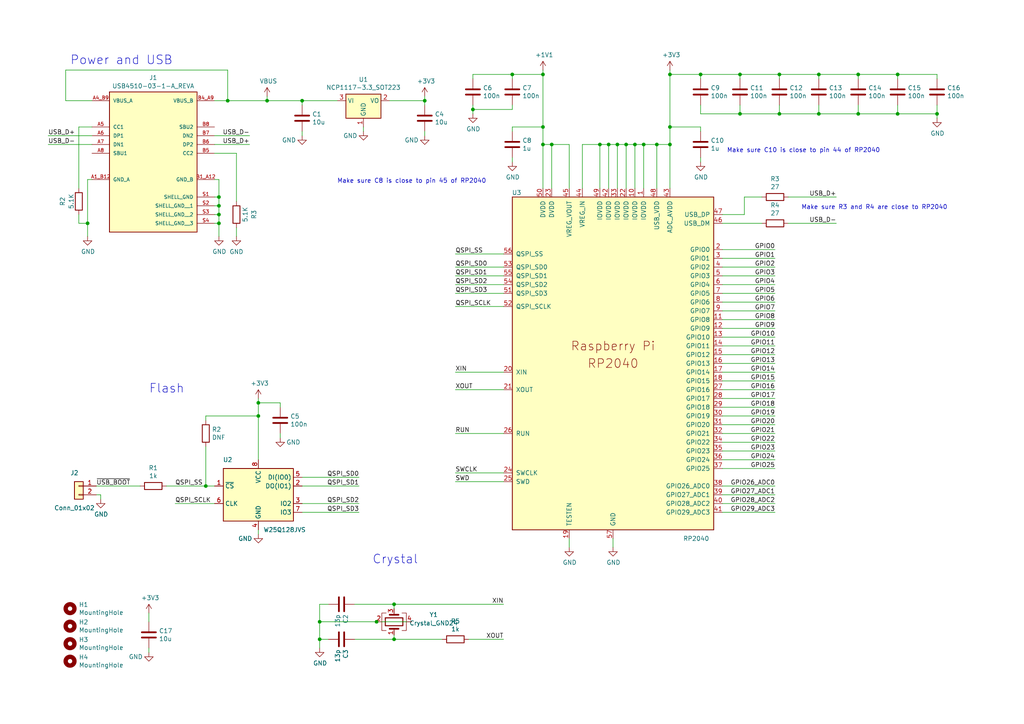
<source format=kicad_sch>
(kicad_sch (version 20230121) (generator eeschema)
  (paper "A4")
  (title_block (title "PE-Keyboard") (date "2023-12-22") (rev "A.01") (comment 1 "Macropad type keyboard"))
  (lib_symbols
    (symbol "Connector_Generic:Conn_01x02" (pin_names (offset 1.016) hide)
      (property "Reference" "J" (at 0 2.54 0))
      (property "Value" "Conn_01x02" (at 0 -5.08 0))
      (symbol "Conn_01x02_1_1"
        (rectangle (start -1.27 -2.413) (end 0 -2.667) (stroke (width 0.1524)))
        (rectangle (start -1.27 0.127) (end 0 -0.127) (stroke (width 0.1524)))
        (rectangle (start -1.27 1.27) (end 1.27 -3.81) (stroke (width 0.254)) (fill (type background)))
        (pin passive line (at -5.08 0 0) (length 3.81) (name "Pin_1") (number "1"))
        (pin passive line (at -5.08 -2.54 0) (length 3.81) (name "Pin_2") (number "2"))
      )
    )
    (symbol "Device:C" (pin_numbers hide) (pin_names (offset 0.254))
      (property "Reference" "C" (at 0.635 2.54 0))
      (property "Value" "C" (at 0.635 -2.54 0))
      (symbol "C_0_1"
        (polyline (pts (xy -2.032 -0.762) (xy 2.032 -0.762)) (stroke (width 0.508)))
        (polyline (pts (xy -2.032 0.762) (xy 2.032 0.762)) (stroke (width 0.508)))
      )
      (symbol "C_1_1"
        (pin passive line (at 0 3.81 270) (length 2.794) (name "~") (number "1"))
        (pin passive line (at 0 -3.81 90) (length 2.794) (name "~") (number "2"))
      )
    )
    (symbol "Device:Crystal_GND24" (pin_names (offset 1.016) hide)
      (property "Reference" "Y" (at 3.175 5.08 0))
      (property "Value" "Crystal_GND24" (at 3.175 3.175 0))
      (symbol "Crystal_GND24_0_1"
        (rectangle (start -1.143 2.54) (end 1.143 -2.54) (stroke (width 0.3048)))
        (polyline (pts (xy -2.54 0) (xy -2.032 0)))
        (polyline (pts (xy -2.032 -1.27) (xy -2.032 1.27)) (stroke (width 0.508)))
        (polyline (pts (xy 0 -3.81) (xy 0 -3.556)))
        (polyline (pts (xy 0 3.556) (xy 0 3.81)))
        (polyline (pts (xy 2.032 -1.27) (xy 2.032 1.27)) (stroke (width 0.508)))
        (polyline (pts (xy 2.032 0) (xy 2.54 0)))
        (polyline (pts (xy -2.54 -2.286) (xy -2.54 -3.556) (xy 2.54 -3.556) (xy 2.54 -2.286)))
        (polyline (pts (xy -2.54 2.286) (xy -2.54 3.556) (xy 2.54 3.556) (xy 2.54 2.286)))
      )
      (symbol "Crystal_GND24_1_1"
        (pin passive line (at -3.81 0 0) (length 1.27) (name "1") (number "1"))
        (pin passive line (at 0 5.08 270) (length 1.27) (name "2") (number "2"))
        (pin passive line (at 3.81 0 180) (length 1.27) (name "3") (number "3"))
        (pin passive line (at 0 -5.08 90) (length 1.27) (name "4") (number "4"))
      )
    )
    (symbol "Device:R" (pin_numbers hide) (pin_names (offset 0))
      (property "Reference" "R" (at 2.032 0 90))
      (property "Value" "R" (at 0 0 90))
      (symbol "R_0_1"
        (rectangle (start -1.016 -2.54) (end 1.016 2.54) (stroke (width 0.254)))
      )
      (symbol "R_1_1"
        (pin passive line (at 0 3.81 270) (length 1.27) (name "~") (number "1"))
        (pin passive line (at 0 -3.81 90) (length 1.27) (name "~") (number "2"))
      )
    )
    (symbol "MCU_RaspberryPi_RP2040:RP2040" (pin_names (offset 1.016))
      (property "Reference" "U" (at -29.21 49.53 0))
      (property "Value" "RP2040" (at 24.13 -49.53 0))
      (symbol "RP2040_0_0"
        (text "Raspberry Pi" (at 0 5.08 0) (effects (font (size 2.54 2.54))))
        (text "RP2040" (at 0 0 0) (effects (font (size 2.54 2.54))))
      )
      (symbol "RP2040_0_1"
        (rectangle (start 29.21 48.26) (end -29.21 -48.26) (stroke (width 0.254)) (fill (type background)))
      )
      (symbol "RP2040_1_1"
        (pin power_in line (at 8.89 50.8 270) (length 2.54) (name "IOVDD") (number "1"))
        (pin power_in line (at 6.35 50.8 270) (length 2.54) (name "IOVDD") (number "10"))
        (pin bidirectional line (at 31.75 12.7 180) (length 2.54) (name "GPIO8") (number "11"))
        (pin bidirectional line (at 31.75 10.16 180) (length 2.54) (name "GPIO9") (number "12"))
        (pin bidirectional line (at 31.75 7.62 180) (length 2.54) (name "GPIO10") (number "13"))
        (pin bidirectional line (at 31.75 5.08 180) (length 2.54) (name "GPIO11") (number "14"))
        (pin bidirectional line (at 31.75 2.54 180) (length 2.54) (name "GPIO12") (number "15"))
        (pin bidirectional line (at 31.75 0 180) (length 2.54) (name "GPIO13") (number "16"))
        (pin bidirectional line (at 31.75 -2.54 180) (length 2.54) (name "GPIO14") (number "17"))
        (pin bidirectional line (at 31.75 -5.08 180) (length 2.54) (name "GPIO15") (number "18"))
        (pin passive line (at -12.7 -50.8 90) (length 2.54) (name "TESTEN") (number "19"))
        (pin bidirectional line (at 31.75 33.02 180) (length 2.54) (name "GPIO0") (number "2"))
        (pin input line (at -31.75 -2.54 0) (length 2.54) (name "XIN") (number "20"))
        (pin passive line (at -31.75 -7.62 0) (length 2.54) (name "XOUT") (number "21"))
        (pin power_in line (at 3.81 50.8 270) (length 2.54) (name "IOVDD") (number "22"))
        (pin power_in line (at -17.78 50.8 270) (length 2.54) (name "DVDD") (number "23"))
        (pin output line (at -31.75 -31.75 0) (length 2.54) (name "SWCLK") (number "24"))
        (pin bidirectional line (at -31.75 -34.29 0) (length 2.54) (name "SWD") (number "25"))
        (pin input line (at -31.75 -20.32 0) (length 2.54) (name "RUN") (number "26"))
        (pin bidirectional line (at 31.75 -7.62 180) (length 2.54) (name "GPIO16") (number "27"))
        (pin bidirectional line (at 31.75 -10.16 180) (length 2.54) (name "GPIO17") (number "28"))
        (pin bidirectional line (at 31.75 -12.7 180) (length 2.54) (name "GPIO18") (number "29"))
        (pin bidirectional line (at 31.75 30.48 180) (length 2.54) (name "GPIO1") (number "3"))
        (pin bidirectional line (at 31.75 -15.24 180) (length 2.54) (name "GPIO19") (number "30"))
        (pin bidirectional line (at 31.75 -17.78 180) (length 2.54) (name "GPIO20") (number "31"))
        (pin bidirectional line (at 31.75 -20.32 180) (length 2.54) (name "GPIO21") (number "32"))
        (pin power_in line (at 1.27 50.8 270) (length 2.54) (name "IOVDD") (number "33"))
        (pin bidirectional line (at 31.75 -22.86 180) (length 2.54) (name "GPIO22") (number "34"))
        (pin bidirectional line (at 31.75 -25.4 180) (length 2.54) (name "GPIO23") (number "35"))
        (pin bidirectional line (at 31.75 -27.94 180) (length 2.54) (name "GPIO24") (number "36"))
        (pin bidirectional line (at 31.75 -30.48 180) (length 2.54) (name "GPIO25") (number "37"))
        (pin bidirectional line (at 31.75 -35.56 180) (length 2.54) (name "GPIO26_ADC0") (number "38"))
        (pin bidirectional line (at 31.75 -38.1 180) (length 2.54) (name "GPIO27_ADC1") (number "39"))
        (pin bidirectional line (at 31.75 27.94 180) (length 2.54) (name "GPIO2") (number "4"))
        (pin bidirectional line (at 31.75 -40.64 180) (length 2.54) (name "GPIO28_ADC2") (number "40"))
        (pin bidirectional line (at 31.75 -43.18 180) (length 2.54) (name "GPIO29_ADC3") (number "41"))
        (pin power_in line (at -1.27 50.8 270) (length 2.54) (name "IOVDD") (number "42"))
        (pin power_in line (at 16.51 50.8 270) (length 2.54) (name "ADC_AVDD") (number "43"))
        (pin power_in line (at -8.89 50.8 270) (length 2.54) (name "VREG_IN") (number "44"))
        (pin power_out line (at -12.7 50.8 270) (length 2.54) (name "VREG_VOUT") (number "45"))
        (pin bidirectional line (at 31.75 40.64 180) (length 2.54) (name "USB_DM") (number "46"))
        (pin bidirectional line (at 31.75 43.18 180) (length 2.54) (name "USB_DP") (number "47"))
        (pin power_in line (at 12.7 50.8 270) (length 2.54) (name "USB_VDD") (number "48"))
        (pin power_in line (at -3.81 50.8 270) (length 2.54) (name "IOVDD") (number "49"))
        (pin bidirectional line (at 31.75 25.4 180) (length 2.54) (name "GPIO3") (number "5"))
        (pin power_in line (at -20.32 50.8 270) (length 2.54) (name "DVDD") (number "50"))
        (pin bidirectional line (at -31.75 20.32 0) (length 2.54) (name "QSPI_SD3") (number "51"))
        (pin output line (at -31.75 16.51 0) (length 2.54) (name "QSPI_SCLK") (number "52"))
        (pin bidirectional line (at -31.75 27.94 0) (length 2.54) (name "QSPI_SD0") (number "53"))
        (pin bidirectional line (at -31.75 22.86 0) (length 2.54) (name "QSPI_SD2") (number "54"))
        (pin bidirectional line (at -31.75 25.4 0) (length 2.54) (name "QSPI_SD1") (number "55"))
        (pin bidirectional line (at -31.75 31.75 0) (length 2.54) (name "QSPI_SS") (number "56"))
        (pin power_in line (at 0 -50.8 90) (length 2.54) (name "GND") (number "57"))
        (pin bidirectional line (at 31.75 22.86 180) (length 2.54) (name "GPIO4") (number "6"))
        (pin bidirectional line (at 31.75 20.32 180) (length 2.54) (name "GPIO5") (number "7"))
        (pin bidirectional line (at 31.75 17.78 180) (length 2.54) (name "GPIO6") (number "8"))
        (pin bidirectional line (at 31.75 15.24 180) (length 2.54) (name "GPIO7") (number "9"))
      )
    )
    (symbol "Mechanical:MountingHole" (pin_names (offset 1.016))
      (property "Reference" "H" (at 0 5.08 0))
      (property "Value" "MountingHole" (at 0 3.175 0))
      (symbol "MountingHole_0_1"
        (circle (center 0 0) (radius 1.27) (stroke (width 1.27)))
      )
    )
    (symbol "RP2040_minimal-rescue:W25Q128JVS-Memory_Flash"
      (property "Reference" "U" (at -8.89 8.89 0))
      (property "Value" "Memory_Flash_W25Q128JVS" (at 7.62 8.89 0))
      (symbol "W25Q128JVS-Memory_Flash_0_1"
        (rectangle (start -10.16 7.62) (end 10.16 -7.62) (stroke (width 0.254)) (fill (type background)))
      )
      (symbol "W25Q128JVS-Memory_Flash_1_1"
        (pin input line (at -12.7 2.54 0) (length 2.54) (name "~{CS}") (number "1"))
        (pin bidirectional line (at 12.7 2.54 180) (length 2.54) (name "DO(IO1)") (number "2"))
        (pin bidirectional line (at 12.7 -2.54 180) (length 2.54) (name "IO2") (number "3"))
        (pin power_in line (at 0 -10.16 90) (length 2.54) (name "GND") (number "4"))
        (pin bidirectional line (at 12.7 5.08 180) (length 2.54) (name "DI(IO0)") (number "5"))
        (pin input line (at -12.7 -2.54 0) (length 2.54) (name "CLK") (number "6"))
        (pin bidirectional line (at 12.7 -5.08 180) (length 2.54) (name "IO3") (number "7"))
        (pin power_in line (at 0 10.16 270) (length 2.54) (name "VCC") (number "8"))
      )
    )
    (symbol "Regulator_Linear:NCP1117-3.3_SOT223"
      (property "Reference" "U" (at -3.81 3.175 0))
      (property "Value" "NCP1117-3.3_SOT223" (at 0 3.175 0))
      (symbol "NCP1117-3.3_SOT223_0_1"
        (rectangle (start -5.08 -5.08) (end 5.08 1.905) (stroke (width 0.254)) (fill (type background)))
      )
      (symbol "NCP1117-3.3_SOT223_1_1"
        (pin power_in line (at 0 -7.62 90) (length 2.54) (name "GND") (number "1"))
        (pin power_out line (at 7.62 0 180) (length 2.54) (name "VO") (number "2"))
        (pin power_in line (at -7.62 0 0) (length 2.54) (name "VI") (number "3"))
      )
    )
    (symbol "USB4510-03-1-A_REVA:USB4510-03-1-A_REVA" (pin_names (offset 1.016))
      (property "Reference" "J" (at -12.7 16.002 0))
      (property "Value" "USB4510-03-1-A_REVA" (at -12.7 -26.162 0))
      (symbol "USB4510-03-1-A_REVA_0_0"
        (rectangle (start -12.7 -25.4) (end 12.7 15.24) (stroke (width 0.254)) (fill (type background)))
        (pin power_in line (at -17.78 -10.16 0) (length 5.08) (name "GND_A") (number "A1_B12"))
        (pin power_in line (at -17.78 12.7 0) (length 5.08) (name "VBUS_A") (number "A4_B9"))
        (pin bidirectional line (at -17.78 5.08 0) (length 5.08) (name "CC1") (number "A5"))
        (pin bidirectional line (at -17.78 2.54 0) (length 5.08) (name "DP1") (number "A6"))
        (pin bidirectional line (at -17.78 0 0) (length 5.08) (name "DN1") (number "A7"))
        (pin bidirectional line (at -17.78 -2.54 0) (length 5.08) (name "SBU1") (number "A8"))
        (pin power_in line (at 17.78 -10.16 180) (length 5.08) (name "GND_B") (number "B1_A12"))
        (pin power_in line (at 17.78 12.7 180) (length 5.08) (name "VBUS_B") (number "B4_A9"))
        (pin bidirectional line (at 17.78 -2.54 180) (length 5.08) (name "CC2") (number "B5"))
        (pin bidirectional line (at 17.78 0 180) (length 5.08) (name "DP2") (number "B6"))
        (pin bidirectional line (at 17.78 2.54 180) (length 5.08) (name "DN2") (number "B7"))
        (pin bidirectional line (at 17.78 5.08 180) (length 5.08) (name "SBU2") (number "B8"))
        (pin power_in line (at 17.78 -15.24 180) (length 5.08) (name "SHELL_GND") (number "S1"))
        (pin power_in line (at 17.78 -17.78 180) (length 5.08) (name "SHELL_GND__1") (number "S2"))
        (pin power_in line (at 17.78 -20.32 180) (length 5.08) (name "SHELL_GND__2") (number "S3"))
        (pin power_in line (at 17.78 -22.86 180) (length 5.08) (name "SHELL_GND__3") (number "S4"))
      )
    )
    (symbol "power:+1V1" (power) (pin_names (offset 0))
      (property "Value" "+1V1" (at 0 3.556 0))
      (symbol "+1V1_0_1"
        (polyline (pts (xy -0.762 1.27) (xy 0 2.54)))
        (polyline (pts (xy 0 0) (xy 0 2.54)))
        (polyline (pts (xy 0 2.54) (xy 0.762 1.27)))
      )
      (symbol "+1V1_1_1"
        (pin power_in line (at 0 0 90) (length 0) hide (name "+1V1") (number "1"))
      )
    )
    (symbol "power:+3V3" (power) (pin_names (offset 0))
      (property "Value" "+3V3" (at 0 3.556 0))
      (symbol "+3V3_0_1"
        (polyline (pts (xy -0.762 1.27) (xy 0 2.54)))
        (polyline (pts (xy 0 0) (xy 0 2.54)))
        (polyline (pts (xy 0 2.54) (xy 0.762 1.27)))
      )
      (symbol "+3V3_1_1"
        (pin power_in line (at 0 0 90) (length 0) hide (name "+3V3") (number "1"))
      )
    )
    (symbol "power:GND" (power) (pin_names (offset 0))
      (property "Value" "GND" (at 0 -3.81 0))
      (symbol "GND_0_1"
        (polyline (pts (xy 0 0) (xy 0 -1.27) (xy 1.27 -1.27) (xy 0 -2.54) (xy -1.27 -1.27) (xy 0 -1.27)))
      )
      (symbol "GND_1_1"
        (pin power_in line (at 0 0 270) (length 0) hide (name "GND") (number "1"))
      )
    )
    (symbol "power:VBUS" (power) (pin_names (offset 0))
      (property "Value" "VBUS" (at 0 3.81 0))
      (symbol "VBUS_0_1"
        (polyline (pts (xy -0.762 1.27) (xy 0 2.54)))
        (polyline (pts (xy 0 0) (xy 0 2.54)))
        (polyline (pts (xy 0 2.54) (xy 0.762 1.27)))
      )
      (symbol "VBUS_1_1"
        (pin power_in line (at 0 0 90) (length 0) hide (name "VBUS") (number "1"))
      )
    )
  )
  (junction (at 186.69 41.91))
  (junction (at 248.92 21.59))
  (junction (at 271.78 33.02))
  (junction (at 157.48 36.83))
  (junction (at 194.31 36.83))
  (junction (at 214.63 33.02))
  (junction (at 92.71 180.34))
  (junction (at 157.48 21.59))
  (junction (at 66.04 29.21))
  (junction (at 248.92 33.02))
  (junction (at 194.31 41.91))
  (junction (at 114.3 175.26))
  (junction (at 260.35 33.02))
  (junction (at 137.16 31.75))
  (junction (at 87.63 29.21))
  (junction (at 226.06 21.59))
  (junction (at 148.59 21.59))
  (junction (at 74.93 120.65))
  (junction (at 190.5 41.91))
  (junction (at 123.19 29.21))
  (junction (at 63.5 59.69))
  (junction (at 77.47 29.21))
  (junction (at 114.3 185.42))
  (junction (at 237.49 21.59))
  (junction (at 260.35 21.59))
  (junction (at 25.4 64.77))
  (junction (at 184.15 41.91))
  (junction (at 179.07 41.91))
  (junction (at 59.69 140.97))
  (junction (at 237.49 33.02))
  (junction (at 92.71 185.42))
  (junction (at 63.5 62.23))
  (junction (at 157.48 41.91))
  (junction (at 63.5 57.15))
  (junction (at 181.61 41.91))
  (junction (at 160.02 41.91))
  (junction (at 63.5 64.77))
  (junction (at 176.53 41.91))
  (junction (at 194.31 21.59))
  (junction (at 74.93 116.84))
  (junction (at 214.63 21.59))
  (junction (at 226.06 33.02))
  (junction (at 173.99 41.91))
  (junction (at 109.22 180.34))
  (junction (at 203.2 21.59))
  (wire (pts (xy 63.5 62.23) (xy 63.5 64.77)))
  (wire (pts (xy 137.16 22.86) (xy 137.16 21.59)))
  (wire (pts (xy 203.2 30.48) (xy 203.2 33.02)))
  (wire (pts (xy 209.55 90.17) (xy 224.79 90.17)))
  (wire (pts (xy 19.05 20.32) (xy 66.04 20.32)))
  (wire (pts (xy 260.35 30.48) (xy 260.35 33.02)))
  (wire (pts (xy 22.86 64.77) (xy 25.4 64.77)))
  (wire (pts (xy 132.08 77.47) (xy 146.05 77.47)))
  (wire (pts (xy 74.93 116.84) (xy 74.93 120.65)))
  (wire (pts (xy 190.5 54.61) (xy 190.5 41.91)))
  (wire (pts (xy 194.31 21.59) (xy 203.2 21.59)))
  (wire (pts (xy 209.55 105.41) (xy 224.79 105.41)))
  (wire (pts (xy 92.71 180.34) (xy 109.22 180.34)))
  (wire (pts (xy 146.05 73.66) (xy 132.08 73.66)))
  (wire (pts (xy 209.55 80.01) (xy 224.79 80.01)))
  (wire (pts (xy 68.58 68.58) (xy 68.58 66.04)))
  (wire (pts (xy 109.22 180.34) (xy 119.38 180.34)))
  (wire (pts (xy 81.28 118.11) (xy 81.28 116.84)))
  (wire (pts (xy 25.4 64.77) (xy 25.4 68.58)))
  (wire (pts (xy 92.71 175.26) (xy 92.71 180.34)))
  (wire (pts (xy 165.1 54.61) (xy 165.1 41.91)))
  (wire (pts (xy 176.53 41.91) (xy 179.07 41.91)))
  (wire (pts (xy 209.55 74.93) (xy 224.79 74.93)))
  (wire (pts (xy 74.93 153.67) (xy 74.93 154.94)))
  (wire (pts (xy 132.08 107.95) (xy 146.05 107.95)))
  (wire (pts (xy 132.08 82.55) (xy 146.05 82.55)))
  (wire (pts (xy 237.49 22.86) (xy 237.49 21.59)))
  (wire (pts (xy 214.63 22.86) (xy 214.63 21.59)))
  (wire (pts (xy 214.63 30.48) (xy 214.63 33.02)))
  (wire (pts (xy 260.35 22.86) (xy 260.35 21.59)))
  (wire (pts (xy 148.59 38.1) (xy 148.59 36.83)))
  (wire (pts (xy 148.59 22.86) (xy 148.59 21.59)))
  (wire (pts (xy 123.19 30.48) (xy 123.19 29.21)))
  (wire (pts (xy 95.25 185.42) (xy 92.71 185.42)))
  (wire (pts (xy 87.63 140.97) (xy 104.14 140.97)))
  (wire (pts (xy 137.16 31.75) (xy 148.59 31.75)))
  (wire (pts (xy 62.23 29.21) (xy 66.04 29.21)))
  (wire (pts (xy 209.55 130.81) (xy 224.79 130.81)))
  (wire (pts (xy 62.23 44.45) (xy 68.58 44.45)))
  (wire (pts (xy 160.02 41.91) (xy 157.48 41.91)))
  (wire (pts (xy 203.2 45.72) (xy 203.2 46.99)))
  (wire (pts (xy 209.55 115.57) (xy 224.79 115.57)))
  (wire (pts (xy 177.8 156.21) (xy 177.8 158.75)))
  (wire (pts (xy 209.55 87.63) (xy 224.79 87.63)))
  (wire (pts (xy 95.25 175.26) (xy 92.71 175.26)))
  (wire (pts (xy 209.55 95.25) (xy 224.79 95.25)))
  (wire (pts (xy 102.87 185.42) (xy 114.3 185.42)))
  (wire (pts (xy 237.49 33.02) (xy 226.06 33.02)))
  (wire (pts (xy 66.04 29.21) (xy 77.47 29.21)))
  (wire (pts (xy 173.99 41.91) (xy 176.53 41.91)))
  (wire (pts (xy 209.55 125.73) (xy 224.79 125.73)))
  (wire (pts (xy 105.41 36.83) (xy 105.41 38.1)))
  (wire (pts (xy 148.59 21.59) (xy 157.48 21.59)))
  (wire (pts (xy 87.63 148.59) (xy 104.14 148.59)))
  (wire (pts (xy 27.94 143.51) (xy 29.21 143.51)))
  (wire (pts (xy 43.18 177.8) (xy 43.18 180.34)))
  (wire (pts (xy 184.15 54.61) (xy 184.15 41.91)))
  (wire (pts (xy 248.92 33.02) (xy 237.49 33.02)))
  (wire (pts (xy 63.5 59.69) (xy 63.5 62.23)))
  (wire (pts (xy 194.31 21.59) (xy 194.31 36.83)))
  (wire (pts (xy 209.55 140.97) (xy 224.79 140.97)))
  (wire (pts (xy 114.3 185.42) (xy 128.27 185.42)))
  (wire (pts (xy 209.55 100.33) (xy 224.79 100.33)))
  (wire (pts (xy 132.08 80.01) (xy 146.05 80.01)))
  (wire (pts (xy 62.23 41.91) (xy 72.39 41.91)))
  (wire (pts (xy 203.2 21.59) (xy 214.63 21.59)))
  (wire (pts (xy 226.06 22.86) (xy 226.06 21.59)))
  (wire (pts (xy 226.06 21.59) (xy 237.49 21.59)))
  (wire (pts (xy 19.05 29.21) (xy 19.05 20.32)))
  (wire (pts (xy 209.55 148.59) (xy 224.79 148.59)))
  (wire (pts (xy 215.9 57.15) (xy 220.98 57.15)))
  (wire (pts (xy 209.55 102.87) (xy 224.79 102.87)))
  (wire (pts (xy 215.9 57.15) (xy 215.9 62.23)))
  (wire (pts (xy 179.07 41.91) (xy 181.61 41.91)))
  (wire (pts (xy 59.69 121.92) (xy 59.69 120.65)))
  (wire (pts (xy 59.69 129.54) (xy 59.69 140.97)))
  (wire (pts (xy 137.16 31.75) (xy 137.16 33.02)))
  (wire (pts (xy 209.55 72.39) (xy 224.79 72.39)))
  (wire (pts (xy 77.47 27.94) (xy 77.47 29.21)))
  (wire (pts (xy 25.4 52.07) (xy 26.67 52.07)))
  (wire (pts (xy 87.63 38.1) (xy 87.63 39.37)))
  (wire (pts (xy 271.78 22.86) (xy 271.78 21.59)))
  (wire (pts (xy 181.61 54.61) (xy 181.61 41.91)))
  (wire (pts (xy 168.91 41.91) (xy 173.99 41.91)))
  (wire (pts (xy 209.55 128.27) (xy 224.79 128.27)))
  (wire (pts (xy 209.55 97.79) (xy 224.79 97.79)))
  (wire (pts (xy 214.63 33.02) (xy 203.2 33.02)))
  (wire (pts (xy 271.78 33.02) (xy 271.78 34.29)))
  (wire (pts (xy 209.55 85.09) (xy 224.79 85.09)))
  (wire (pts (xy 132.08 85.09) (xy 146.05 85.09)))
  (wire (pts (xy 63.5 52.07) (xy 63.5 57.15)))
  (wire (pts (xy 226.06 30.48) (xy 226.06 33.02)))
  (wire (pts (xy 63.5 57.15) (xy 63.5 59.69)))
  (wire (pts (xy 148.59 45.72) (xy 148.59 46.99)))
  (wire (pts (xy 123.19 29.21) (xy 123.19 27.94)))
  (wire (pts (xy 87.63 30.48) (xy 87.63 29.21)))
  (wire (pts (xy 63.5 64.77) (xy 63.5 68.58)))
  (wire (pts (xy 160.02 54.61) (xy 160.02 41.91)))
  (wire (pts (xy 68.58 44.45) (xy 68.58 58.42)))
  (wire (pts (xy 165.1 156.21) (xy 165.1 158.75)))
  (wire (pts (xy 186.69 41.91) (xy 186.69 54.61)))
  (wire (pts (xy 26.67 41.91) (xy 13.97 41.91)))
  (wire (pts (xy 22.86 62.23) (xy 22.86 64.77)))
  (wire (pts (xy 209.55 135.89) (xy 224.79 135.89)))
  (wire (pts (xy 62.23 57.15) (xy 63.5 57.15)))
  (wire (pts (xy 209.55 120.65) (xy 224.79 120.65)))
  (wire (pts (xy 43.18 187.96) (xy 43.18 189.23)))
  (wire (pts (xy 22.86 36.83) (xy 26.67 36.83)))
  (wire (pts (xy 209.55 77.47) (xy 224.79 77.47)))
  (wire (pts (xy 203.2 22.86) (xy 203.2 21.59)))
  (wire (pts (xy 228.6 57.15) (xy 242.57 57.15)))
  (wire (pts (xy 92.71 180.34) (xy 92.71 185.42)))
  (wire (pts (xy 209.55 133.35) (xy 224.79 133.35)))
  (wire (pts (xy 209.55 113.03) (xy 224.79 113.03)))
  (wire (pts (xy 179.07 54.61) (xy 179.07 41.91)))
  (wire (pts (xy 59.69 140.97) (xy 62.23 140.97)))
  (wire (pts (xy 194.31 36.83) (xy 203.2 36.83)))
  (wire (pts (xy 92.71 185.42) (xy 92.71 187.96)))
  (wire (pts (xy 209.55 143.51) (xy 224.79 143.51)))
  (wire (pts (xy 209.55 64.77) (xy 220.98 64.77)))
  (wire (pts (xy 209.55 62.23) (xy 215.9 62.23)))
  (wire (pts (xy 209.55 146.05) (xy 224.79 146.05)))
  (wire (pts (xy 87.63 146.05) (xy 104.14 146.05)))
  (wire (pts (xy 123.19 38.1) (xy 123.19 39.37)))
  (wire (pts (xy 271.78 30.48) (xy 271.78 33.02)))
  (wire (pts (xy 209.55 110.49) (xy 224.79 110.49)))
  (wire (pts (xy 148.59 31.75) (xy 148.59 30.48)))
  (wire (pts (xy 209.55 92.71) (xy 224.79 92.71)))
  (wire (pts (xy 248.92 30.48) (xy 248.92 33.02)))
  (wire (pts (xy 209.55 118.11) (xy 224.79 118.11)))
  (wire (pts (xy 135.89 185.42) (xy 146.05 185.42)))
  (wire (pts (xy 203.2 38.1) (xy 203.2 36.83)))
  (wire (pts (xy 113.03 29.21) (xy 123.19 29.21)))
  (wire (pts (xy 81.28 125.73) (xy 81.28 127)))
  (wire (pts (xy 176.53 54.61) (xy 176.53 41.91)))
  (wire (pts (xy 25.4 52.07) (xy 25.4 64.77)))
  (wire (pts (xy 48.26 140.97) (xy 59.69 140.97)))
  (wire (pts (xy 97.79 29.21) (xy 87.63 29.21)))
  (wire (pts (xy 214.63 21.59) (xy 226.06 21.59)))
  (wire (pts (xy 137.16 30.48) (xy 137.16 31.75)))
  (wire (pts (xy 50.8 146.05) (xy 62.23 146.05)))
  (wire (pts (xy 228.6 64.77) (xy 242.57 64.77)))
  (wire (pts (xy 40.64 140.97) (xy 27.94 140.97)))
  (wire (pts (xy 260.35 33.02) (xy 271.78 33.02)))
  (wire (pts (xy 181.61 41.91) (xy 184.15 41.91)))
  (wire (pts (xy 74.93 115.57) (xy 74.93 116.84)))
  (wire (pts (xy 29.21 143.51) (xy 29.21 144.78)))
  (wire (pts (xy 157.48 41.91) (xy 157.48 54.61)))
  (wire (pts (xy 146.05 88.9) (xy 132.08 88.9)))
  (wire (pts (xy 114.3 175.26) (xy 146.05 175.26)))
  (wire (pts (xy 77.47 29.21) (xy 87.63 29.21)))
  (wire (pts (xy 157.48 20.32) (xy 157.48 21.59)))
  (wire (pts (xy 22.86 36.83) (xy 22.86 54.61)))
  (wire (pts (xy 209.55 123.19) (xy 224.79 123.19)))
  (wire (pts (xy 209.55 107.95) (xy 224.79 107.95)))
  (wire (pts (xy 59.69 120.65) (xy 74.93 120.65)))
  (wire (pts (xy 248.92 21.59) (xy 260.35 21.59)))
  (wire (pts (xy 168.91 54.61) (xy 168.91 41.91)))
  (wire (pts (xy 63.5 52.07) (xy 62.23 52.07)))
  (wire (pts (xy 194.31 20.32) (xy 194.31 21.59)))
  (wire (pts (xy 146.05 139.7) (xy 132.08 139.7)))
  (wire (pts (xy 114.3 184.15) (xy 114.3 185.42)))
  (wire (pts (xy 194.31 36.83) (xy 194.31 41.91)))
  (wire (pts (xy 81.28 116.84) (xy 74.93 116.84)))
  (wire (pts (xy 190.5 41.91) (xy 194.31 41.91)))
  (wire (pts (xy 237.49 21.59) (xy 248.92 21.59)))
  (wire (pts (xy 62.23 64.77) (xy 63.5 64.77)))
  (wire (pts (xy 62.23 62.23) (xy 63.5 62.23)))
  (wire (pts (xy 146.05 137.16) (xy 132.08 137.16)))
  (wire (pts (xy 237.49 30.48) (xy 237.49 33.02)))
  (wire (pts (xy 173.99 54.61) (xy 173.99 41.91)))
  (wire (pts (xy 26.67 39.37) (xy 13.97 39.37)))
  (wire (pts (xy 260.35 21.59) (xy 271.78 21.59)))
  (wire (pts (xy 62.23 39.37) (xy 72.39 39.37)))
  (wire (pts (xy 209.55 82.55) (xy 224.79 82.55)))
  (wire (pts (xy 248.92 22.86) (xy 248.92 21.59)))
  (wire (pts (xy 260.35 33.02) (xy 248.92 33.02)))
  (wire (pts (xy 66.04 20.32) (xy 66.04 29.21)))
  (wire (pts (xy 184.15 41.91) (xy 186.69 41.91)))
  (wire (pts (xy 62.23 59.69) (xy 63.5 59.69)))
  (wire (pts (xy 146.05 125.73) (xy 132.08 125.73)))
  (wire (pts (xy 148.59 36.83) (xy 157.48 36.83)))
  (wire (pts (xy 102.87 175.26) (xy 114.3 175.26)))
  (wire (pts (xy 74.93 120.65) (xy 74.93 133.35)))
  (wire (pts (xy 87.63 138.43) (xy 104.14 138.43)))
  (wire (pts (xy 157.48 21.59) (xy 157.48 36.83)))
  (wire (pts (xy 26.67 29.21) (xy 19.05 29.21)))
  (wire (pts (xy 186.69 41.91) (xy 190.5 41.91)))
  (wire (pts (xy 114.3 176.53) (xy 114.3 175.26)))
  (wire (pts (xy 137.16 21.59) (xy 148.59 21.59)))
  (wire (pts (xy 165.1 41.91) (xy 160.02 41.91)))
  (wire (pts (xy 146.05 113.03) (xy 132.08 113.03)))
  (wire (pts (xy 157.48 36.83) (xy 157.48 41.91)))
  (wire (pts (xy 226.06 33.02) (xy 214.63 33.02)))
  (wire (pts (xy 194.31 41.91) (xy 194.31 54.61)))
  (text "Power and USB" (at 20.32 19.05 0) (effects (font (size 2.54 2.54)) (justify left bottom)))
  (text "Make sure C8 is close to pin 45 of RP2040" (at 97.79 53.34 0) (effects (font (size 1.27 1.27)) (justify left bottom)))
  (text "Crystal" (at 107.95 163.83 0) (effects (font (size 2.54 2.54)) (justify left bottom)))
  (text "Flash" (at 43.18 114.3 0) (effects (font (size 2.54 2.54)) (justify left bottom)))
  (text "Make sure R3 and R4 are close to RP2040" (at 232.41 60.96 0) (effects (font (size 1.27 1.27)) (justify left bottom)))
  (text "Make sure C10 is close to pin 44 of RP2040" (at 210.82 44.45 0) (effects (font (size 1.27 1.27)) (justify left bottom)))
  (label "GPIO3" (at 224.79 80.01 180))
  (label "GPIO19" (at 224.79 120.65 180))
  (label "GPIO18" (at 224.79 118.11 180))
  (label "RUN" (at 132.08 125.73 0))
  (label "GPIO16" (at 224.79 113.03 180))
  (label "USB_D-" (at 13.97 41.91 0))
  (label "GPIO21" (at 224.79 125.73 180))
  (label "GPIO8" (at 224.79 92.71 180))
  (label "GPIO23" (at 224.79 130.81 180))
  (label "XIN" (at 146.05 175.26 180))
  (label "XOUT" (at 132.08 113.03 0))
  (label "QSPI_SD0" (at 104.14 138.43 180))
  (label "USB_D-" (at 72.39 39.37 180))
  (label "GPIO4" (at 224.79 82.55 180))
  (label "XIN" (at 132.08 107.95 0))
  (label "GPIO2" (at 224.79 77.47 180))
  (label "GPIO10" (at 224.79 97.79 180))
  (label "GPIO5" (at 224.79 85.09 180))
  (label "QSPI_SD2" (at 132.08 82.55 0))
  (label "GPIO24" (at 224.79 133.35 180))
  (label "USB_D-" (at 242.57 64.77 180))
  (label "QSPI_SD3" (at 104.14 148.59 180))
  (label "USB_D+" (at 13.97 39.37 0))
  (label "GPIO27_ADC1" (at 224.79 143.51 180))
  (label "QSPI_SD1" (at 104.14 140.97 180))
  (label "GPIO25" (at 224.79 135.89 180))
  (label "GPIO6" (at 224.79 87.63 180))
  (label "GPIO13" (at 224.79 105.41 180))
  (label "QSPI_SCLK" (at 50.8 146.05 0))
  (label "XOUT" (at 146.05 185.42 180))
  (label "SWCLK" (at 132.08 137.16 0))
  (label "GPIO20" (at 224.79 123.19 180))
  (label "~{USB_BOOT}" (at 27.94 140.97 0))
  (label "GPIO15" (at 224.79 110.49 180))
  (label "QSPI_SD3" (at 132.08 85.09 0))
  (label "GPIO7" (at 224.79 90.17 180))
  (label "GPIO14" (at 224.79 107.95 180))
  (label "GPIO11" (at 224.79 100.33 180))
  (label "GPIO29_ADC3" (at 224.79 148.59 180))
  (label "QSPI_SS" (at 50.8 140.97 0))
  (label "SWD" (at 132.08 139.7 0))
  (label "USB_D+" (at 242.57 57.15 180))
  (label "QSPI_SD1" (at 132.08 80.01 0))
  (label "GPIO1" (at 224.79 74.93 180))
  (label "QSPI_SCLK" (at 132.08 88.9 0))
  (label "GPIO22" (at 224.79 128.27 180))
  (label "QSPI_SD0" (at 132.08 77.47 0))
  (label "GPIO9" (at 224.79 95.25 180))
  (label "QSPI_SS" (at 132.08 73.66 0))
  (label "GPIO0" (at 224.79 72.39 180))
  (label "GPIO17" (at 224.79 115.57 180))
  (label "USB_D+" (at 72.39 41.91 180))
  (label "QSPI_SD2" (at 104.14 146.05 180))
  (label "GPIO12" (at 224.79 102.87 180))
  (label "GPIO26_ADC0" (at 224.79 140.97 180))
  (label "GPIO28_ADC2" (at 224.79 146.05 180))
  (symbol (lib_id "MCU_RaspberryPi_RP2040:RP2040") (at 177.8 105.41 0) (unit 1)
    (property "Reference" "U3" (at 149.86 55.88 0))
    (property "Value" "RP2040" (at 201.93 156.21 0))
    (property "Footprint" "RP2040:RP2040-QFN-56" (effects hide))
    (instances (project "RP2040_minimal" (path "" (reference "U3") (unit 1))) (project "PE-Keyboard" (path "" (reference "U2") (unit 1))))
  )
  (symbol (lib_id "Device:C") (at 99.06 175.26 270) (unit 1)
    (property "Reference" "C2" (at 100.2284 178.181 0) (effects (justify left)))
    (property "Value" "13p" (at 97.917 178.181 0) (effects (justify left)))
    (property "Footprint" "Capacitor_SMD:C_0603_1608Metric_Pad1.08x0.95mm_HandSolder" (effects hide))
    (instances (project "RP2040_minimal" (path "" (reference "C2") (unit 1))) (project "PE-Keyboard" (path "" (reference "C15") (unit 1))))
  )
  (symbol (lib_id "Device:C") (at 99.06 185.42 270) (unit 1)
    (property "Reference" "C3" (at 100.2284 188.341 0) (effects (justify left)))
    (property "Value" "13p" (at 97.917 188.341 0) (effects (justify left)))
    (property "Footprint" "Capacitor_SMD:C_0603_1608Metric_Pad1.08x0.95mm_HandSolder" (effects hide))
    (instances (project "RP2040_minimal" (path "" (reference "C3") (unit 1))) (project "PE-Keyboard" (path "" (reference "C17") (unit 1))))
  )
  (symbol (lib_id "power:GND") (at 92.71 187.96 0) (unit 1)
    (property "Reference" "#PWR06" (effects hide))
    (property "Value" "GND" (at 92.837 192.3542 0))
    (instances (project "RP2040_minimal" (path "" (reference "#PWR06") (unit 1))) (project "PE-Keyboard" (path "" (reference "#PWR022") (unit 1))))
  )
  (symbol (lib_id "RP2040_minimal-rescue:W25Q128JVS-Memory_Flash") (at 74.93 143.51 0) (unit 1)
    (property "Reference" "U2" (at 66.04 133.35 0))
    (property "Value" "W25Q128JVS" (at 82.55 153.67 0))
    (property "Footprint" "Package_SO:SOIC-8_5.23x5.23mm_P1.27mm" (effects hide))
    (property "Datasheet" "http://www.winbond.com/resource-files/w25q128jv_dtr%20revc%2003272018%20plus.pdf" (effects hide))
    (instances (project "RP2040_minimal" (path "" (reference "U2") (unit 1))) (project "PE-Keyboard" (path "" (reference "U3") (unit 1))))
  )
  (symbol (lib_id "power:+3V3") (at 74.93 115.57 0) (unit 1)
    (property "Reference" "#PWR07" (effects hide))
    (property "Value" "+3V3" (at 75.311 111.1758 0))
    (instances (project "RP2040_minimal" (path "" (reference "#PWR07") (unit 1))) (project "PE-Keyboard" (path "" (reference "#PWR015") (unit 1))))
  )
  (symbol (lib_id "power:GND") (at 74.93 154.94 0) (unit 1)
    (property "Reference" "#PWR08" (effects hide))
    (property "Value" "GND" (at 71.12 156.21 0))
    (instances (project "RP2040_minimal" (path "" (reference "#PWR08") (unit 1))) (project "PE-Keyboard" (path "" (reference "#PWR018") (unit 1))))
  )
  (symbol (lib_id "Device:R") (at 59.69 125.73 0) (unit 1)
    (property "Reference" "R2" (at 61.468 124.5616 0) (effects (justify left)))
    (property "Value" "DNF" (at 61.468 126.873 0) (effects (justify left)))
    (property "Footprint" "Resistor_SMD:R_0603_1608Metric_Pad0.98x0.95mm_HandSolder" (effects hide))
    (instances (project "RP2040_minimal" (path "" (reference "R2") (unit 1))) (project "PE-Keyboard" (path "" (reference "R5") (unit 1))))
  )
  (symbol (lib_id "Device:R") (at 44.45 140.97 270) (unit 1)
    (property "Reference" "R1" (at 44.45 135.7122 90))
    (property "Value" "1k" (at 44.45 138.0236 90))
    (property "Footprint" "Resistor_SMD:R_0603_1608Metric_Pad0.98x0.95mm_HandSolder" (effects hide))
    (instances (project "RP2040_minimal" (path "" (reference "R1") (unit 1))) (project "PE-Keyboard" (path "" (reference "R6") (unit 1))))
  )
  (symbol (lib_id "Device:C") (at 81.28 121.92 0) (unit 1)
    (property "Reference" "C5" (at 84.201 120.7516 0) (effects (justify left)))
    (property "Value" "100n" (at 84.201 123.063 0) (effects (justify left)))
    (property "Footprint" "Capacitor_SMD:C_0603_1608Metric_Pad1.08x0.95mm_HandSolder" (effects hide))
    (instances (project "RP2040_minimal" (path "" (reference "C5") (unit 1))) (project "PE-Keyboard" (path "" (reference "C14") (unit 1))))
  )
  (symbol (lib_id "power:GND") (at 81.28 127 0) (unit 1)
    (property "Reference" "#PWR011" (effects hide))
    (property "Value" "GND" (at 85.09 128.27 0))
    (instances (project "RP2040_minimal" (path "" (reference "#PWR011") (unit 1))) (project "PE-Keyboard" (path "" (reference "#PWR016") (unit 1))))
  )
  (symbol (lib_id "power:GND") (at 177.8 158.75 0) (unit 1)
    (property "Reference" "#PWR016" (effects hide))
    (property "Value" "GND" (at 177.927 163.1442 0))
    (instances (project "RP2040_minimal" (path "" (reference "#PWR016") (unit 1))) (project "PE-Keyboard" (path "" (reference "#PWR020") (unit 1))))
  )
  (symbol (lib_id "power:GND") (at 165.1 158.75 0) (unit 1)
    (property "Reference" "#PWR015" (effects hide))
    (property "Value" "GND" (at 165.227 163.1442 0))
    (instances (project "RP2040_minimal" (path "" (reference "#PWR015") (unit 1))) (project "PE-Keyboard" (path "" (reference "#PWR019") (unit 1))))
  )
  (symbol (lib_id "Device:R") (at 224.79 57.15 270) (unit 1)
    (property "Reference" "R3" (at 224.79 51.8922 90))
    (property "Value" "27" (at 224.79 54.2036 90))
    (property "Footprint" "Resistor_SMD:R_0603_1608Metric_Pad0.98x0.95mm_HandSolder" (effects hide))
    (instances (project "RP2040_minimal" (path "" (reference "R3") (unit 1))) (project "PE-Keyboard" (path "" (reference "R1") (unit 1))))
  )
  (symbol (lib_id "Device:R") (at 224.79 64.77 270) (unit 1)
    (property "Reference" "R4" (at 224.79 59.5122 90))
    (property "Value" "27" (at 224.79 61.8236 90))
    (property "Footprint" "Resistor_SMD:R_0603_1608Metric_Pad0.98x0.95mm_HandSolder" (effects hide))
  )
  (symbol (lib_id "power:GND") (at 25.4 68.58 0) (unit 1)
    (property "Reference" "#PWR01" (effects hide))
    (property "Value" "GND" (at 25.527 72.9742 0))
    (instances (project "RP2040_minimal" (path "" (reference "#PWR01") (unit 1))) (project "PE-Keyboard" (path "" (reference "#PWR012") (unit 1))))
  )
  (symbol (lib_id "power:+3V3") (at 194.31 20.32 0) (unit 1)
    (property "Reference" "#PWR017" (effects hide))
    (property "Value" "+3V3" (at 194.691 15.9258 0))
    (instances (project "RP2040_minimal" (path "" (reference "#PWR017") (unit 1))) (project "PE-Keyboard" (path "" (reference "#PWR02") (unit 1))))
  )
  (symbol (lib_id "power:+1V1") (at 157.48 20.32 0) (unit 1)
    (property "Reference" "#PWR014" (effects hide))
    (property "Value" "+1V1" (at 157.861 15.9258 0))
    (instances (project "RP2040_minimal" (path "" (reference "#PWR014") (unit 1))) (project "PE-Keyboard" (path "" (reference "#PWR01") (unit 1))))
  )
  (symbol (lib_id "Device:C") (at 203.2 26.67 0) (unit 1)
    (property "Reference" "C9" (at 206.121 25.5016 0) (effects (justify left)))
    (property "Value" "100n" (at 206.121 27.813 0) (effects (justify left)))
    (property "Footprint" "Capacitor_SMD:C_0603_1608Metric_Pad1.08x0.95mm_HandSolder" (effects hide))
    (instances (project "RP2040_minimal" (path "" (reference "C9") (unit 1))) (project "PE-Keyboard" (path "" (reference "C3") (unit 1))))
  )
  (symbol (lib_id "Device:C") (at 214.63 26.67 0) (unit 1)
    (property "Reference" "C11" (at 217.551 25.5016 0) (effects (justify left)))
    (property "Value" "100n" (at 217.551 27.813 0) (effects (justify left)))
    (property "Footprint" "Capacitor_SMD:C_0603_1608Metric_Pad1.08x0.95mm_HandSolder" (effects hide))
    (instances (project "RP2040_minimal" (path "" (reference "C11") (unit 1))) (project "PE-Keyboard" (path "" (reference "C4") (unit 1))))
  )
  (symbol (lib_id "Device:C") (at 226.06 26.67 0) (unit 1)
    (property "Reference" "C12" (at 228.981 25.5016 0) (effects (justify left)))
    (property "Value" "100n" (at 228.981 27.813 0) (effects (justify left)))
    (property "Footprint" "Capacitor_SMD:C_0603_1608Metric_Pad1.08x0.95mm_HandSolder" (effects hide))
    (instances (project "RP2040_minimal" (path "" (reference "C12") (unit 1))) (project "PE-Keyboard" (path "" (reference "C5") (unit 1))))
  )
  (symbol (lib_id "Device:C") (at 237.49 26.67 0) (unit 1)
    (property "Reference" "C13" (at 240.411 25.5016 0) (effects (justify left)))
    (property "Value" "100n" (at 240.411 27.813 0) (effects (justify left)))
    (property "Footprint" "Capacitor_SMD:C_0603_1608Metric_Pad1.08x0.95mm_HandSolder" (effects hide))
    (instances (project "RP2040_minimal" (path "" (reference "C13") (unit 1))) (project "PE-Keyboard" (path "" (reference "C6") (unit 1))))
  )
  (symbol (lib_id "Device:C") (at 248.92 26.67 0) (unit 1)
    (property "Reference" "C14" (at 251.841 25.5016 0) (effects (justify left)))
    (property "Value" "100n" (at 251.841 27.813 0) (effects (justify left)))
    (property "Footprint" "Capacitor_SMD:C_0603_1608Metric_Pad1.08x0.95mm_HandSolder" (effects hide))
    (instances (project "RP2040_minimal" (path "" (reference "C14") (unit 1))) (project "PE-Keyboard" (path "" (reference "C7") (unit 1))))
  )
  (symbol (lib_id "Device:C") (at 260.35 26.67 0) (unit 1)
    (property "Reference" "C15" (at 263.271 25.5016 0) (effects (justify left)))
    (property "Value" "100n" (at 263.271 27.813 0) (effects (justify left)))
    (property "Footprint" "Capacitor_SMD:C_0603_1608Metric_Pad1.08x0.95mm_HandSolder" (effects hide))
    (instances (project "RP2040_minimal" (path "" (reference "C15") (unit 1))) (project "PE-Keyboard" (path "" (reference "C8") (unit 1))))
  )
  (symbol (lib_id "Device:C") (at 271.78 26.67 0) (unit 1)
    (property "Reference" "C16" (at 274.701 25.5016 0) (effects (justify left)))
    (property "Value" "100n" (at 274.701 27.813 0) (effects (justify left)))
    (property "Footprint" "Capacitor_SMD:C_0603_1608Metric_Pad1.08x0.95mm_HandSolder" (effects hide))
    (instances (project "RP2040_minimal" (path "" (reference "C16") (unit 1))) (project "PE-Keyboard" (path "" (reference "C9") (unit 1))))
  )
  (symbol (lib_id "Device:C") (at 137.16 26.67 0) (unit 1)
    (property "Reference" "C6" (at 140.081 25.5016 0) (effects (justify left)))
    (property "Value" "100n" (at 140.081 27.813 0) (effects (justify left)))
    (property "Footprint" "Capacitor_SMD:C_0603_1608Metric_Pad1.08x0.95mm_HandSolder" (effects hide))
    (instances (project "RP2040_minimal" (path "" (reference "C6") (unit 1))) (project "PE-Keyboard" (path "" (reference "C1") (unit 1))))
  )
  (symbol (lib_id "Device:C") (at 148.59 26.67 0) (unit 1)
    (property "Reference" "C7" (at 151.511 25.5016 0) (effects (justify left)))
    (property "Value" "100n" (at 151.511 27.813 0) (effects (justify left)))
    (property "Footprint" "Capacitor_SMD:C_0603_1608Metric_Pad1.08x0.95mm_HandSolder" (effects hide))
    (instances (project "RP2040_minimal" (path "" (reference "C7") (unit 1))) (project "PE-Keyboard" (path "" (reference "C2") (unit 1))))
  )
  (symbol (lib_id "Device:C") (at 148.59 41.91 0) (unit 1)
    (property "Reference" "C8" (at 151.511 40.7416 0) (effects (justify left)))
    (property "Value" "1u" (at 151.511 43.053 0) (effects (justify left)))
    (property "Footprint" "Capacitor_SMD:C_0603_1608Metric_Pad1.08x0.95mm_HandSolder" (effects hide))
    (instances (project "RP2040_minimal" (path "" (reference "C8") (unit 1))) (project "PE-Keyboard" (path "" (reference "C12") (unit 1))))
  )
  (symbol (lib_id "Device:C") (at 203.2 41.91 0) (unit 1)
    (property "Reference" "C10" (at 206.121 40.7416 0) (effects (justify left)))
    (property "Value" "1u" (at 206.121 43.053 0) (effects (justify left)))
    (property "Footprint" "Capacitor_SMD:C_0603_1608Metric_Pad1.08x0.95mm_HandSolder" (effects hide))
    (instances (project "RP2040_minimal" (path "" (reference "C10") (unit 1))) (project "PE-Keyboard" (path "" (reference "C13") (unit 1))))
  )
  (symbol (lib_id "Mechanical:MountingHole") (at 20.32 176.53 0) (unit 1)
    (property "Reference" "H1" (at 22.86 175.3616 0) (effects (justify left)))
    (property "Value" "MountingHole" (at 22.86 177.673 0) (effects (justify left)))
    (property "Footprint" "MountingHole:MountingHole_2.7mm_M2.5" (effects hide))
  )
  (symbol (lib_id "Mechanical:MountingHole") (at 20.32 181.61 0) (unit 1)
    (property "Reference" "H2" (at 22.86 180.4416 0) (effects (justify left)))
    (property "Value" "MountingHole" (at 22.86 182.753 0) (effects (justify left)))
    (property "Footprint" "MountingHole:MountingHole_2.7mm_M2.5" (effects hide))
  )
  (symbol (lib_id "Mechanical:MountingHole") (at 20.32 186.69 0) (unit 1)
    (property "Reference" "H3" (at 22.86 185.5216 0) (effects (justify left)))
    (property "Value" "MountingHole" (at 22.86 187.833 0) (effects (justify left)))
    (property "Footprint" "MountingHole:MountingHole_2.7mm_M2.5" (effects hide))
  )
  (symbol (lib_id "Mechanical:MountingHole") (at 20.32 191.77 0) (unit 1)
    (property "Reference" "H4" (at 22.86 190.6016 0) (effects (justify left)))
    (property "Value" "MountingHole" (at 22.86 192.913 0) (effects (justify left)))
    (property "Footprint" "MountingHole:MountingHole_2.7mm_M2.5" (effects hide))
  )
  (symbol (lib_id "power:GND") (at 271.78 34.29 0) (unit 1)
    (property "Reference" "#PWR023" (effects hide))
    (property "Value" "GND" (at 271.907 38.6842 0))
    (instances (project "RP2040_minimal" (path "" (reference "#PWR023") (unit 1))) (project "PE-Keyboard" (path "" (reference "#PWR06") (unit 1))))
  )
  (symbol (lib_id "power:GND") (at 137.16 33.02 0) (unit 1)
    (property "Reference" "#PWR012" (effects hide))
    (property "Value" "GND" (at 137.287 37.4142 0))
    (instances (project "RP2040_minimal" (path "" (reference "#PWR012") (unit 1))) (project "PE-Keyboard" (path "" (reference "#PWR05") (unit 1))))
  )
  (symbol (lib_id "power:GND") (at 148.59 46.99 0) (unit 1)
    (property "Reference" "#PWR013" (effects hide))
    (property "Value" "GND" (at 148.717 51.3842 0))
    (instances (project "RP2040_minimal" (path "" (reference "#PWR013") (unit 1))) (project "PE-Keyboard" (path "" (reference "#PWR010") (unit 1))))
  )
  (symbol (lib_id "power:GND") (at 203.2 46.99 0) (unit 1)
    (property "Reference" "#PWR018" (effects hide))
    (property "Value" "GND" (at 203.327 51.3842 0))
    (instances (project "RP2040_minimal" (path "" (reference "#PWR018") (unit 1))) (project "PE-Keyboard" (path "" (reference "#PWR011") (unit 1))))
  )
  (symbol (lib_id "Regulator_Linear:NCP1117-3.3_SOT223") (at 105.41 29.21 0) (unit 1)
    (property "Reference" "U1" (at 105.41 23.0632 0))
    (property "Value" "NCP1117-3.3_SOT223" (at 105.41 25.3746 0))
    (property "Footprint" "Package_TO_SOT_SMD:SOT-223-3_TabPin2" (effects hide))
    (property "Datasheet" "http://www.onsemi.com/pub_link/Collateral/NCP1117-D.PDF" (effects hide))
  )
  (symbol (lib_id "power:VBUS") (at 77.47 27.94 0) (unit 1)
    (property "Reference" "#PWR03" (effects hide))
    (property "Value" "VBUS" (at 77.851 23.5458 0))
  )
  (symbol (lib_id "power:GND") (at 105.41 38.1 0) (unit 1)
    (property "Reference" "#PWR05" (effects hide))
    (property "Value" "GND" (at 101.6 39.37 0))
    (instances (project "RP2040_minimal" (path "" (reference "#PWR05") (unit 1))) (project "PE-Keyboard" (path "" (reference "#PWR07") (unit 1))))
  )
  (symbol (lib_id "power:+3V3") (at 123.19 27.94 0) (unit 1)
    (property "Reference" "#PWR09" (effects hide))
    (property "Value" "+3V3" (at 123.571 23.5458 0))
    (instances (project "RP2040_minimal" (path "" (reference "#PWR09") (unit 1))) (project "PE-Keyboard" (path "" (reference "#PWR04") (unit 1))))
  )
  (symbol (lib_id "Device:C") (at 87.63 34.29 0) (unit 1)
    (property "Reference" "C1" (at 90.551 33.1216 0) (effects (justify left)))
    (property "Value" "10u" (at 90.551 35.433 0) (effects (justify left)))
    (property "Footprint" "Capacitor_SMD:C_0805_2012Metric" (effects hide))
    (instances (project "RP2040_minimal" (path "" (reference "C1") (unit 1))) (project "PE-Keyboard" (path "" (reference "C10") (unit 1))))
  )
  (symbol (lib_id "Device:C") (at 123.19 34.29 0) (unit 1)
    (property "Reference" "C4" (at 126.111 33.1216 0) (effects (justify left)))
    (property "Value" "10u" (at 126.111 35.433 0) (effects (justify left)))
    (property "Footprint" "Capacitor_SMD:C_0805_2012Metric" (effects hide))
    (instances (project "RP2040_minimal" (path "" (reference "C4") (unit 1))) (project "PE-Keyboard" (path "" (reference "C11") (unit 1))))
  )
  (symbol (lib_id "power:GND") (at 87.63 39.37 0) (unit 1)
    (property "Reference" "#PWR04" (effects hide))
    (property "Value" "GND" (at 83.82 40.64 0))
    (instances (project "RP2040_minimal" (path "" (reference "#PWR04") (unit 1))) (project "PE-Keyboard" (path "" (reference "#PWR08") (unit 1))))
  )
  (symbol (lib_id "power:GND") (at 123.19 39.37 0) (unit 1)
    (property "Reference" "#PWR010" (effects hide))
    (property "Value" "GND" (at 119.38 40.64 0))
    (instances (project "RP2040_minimal" (path "" (reference "#PWR010") (unit 1))) (project "PE-Keyboard" (path "" (reference "#PWR09") (unit 1))))
  )
  (symbol (lib_id "Device:R") (at 132.08 185.42 270) (unit 1)
    (property "Reference" "R5" (at 132.08 180.1622 90))
    (property "Value" "1k" (at 132.08 182.4736 90))
    (property "Footprint" "Resistor_SMD:R_0603_1608Metric_Pad0.98x0.95mm_HandSolder" (effects hide))
    (instances (project "RP2040_minimal" (path "" (reference "R5") (unit 1))) (project "PE-Keyboard" (path "" (reference "R7") (unit 1))))
  )
  (symbol (lib_id "power:+3V3") (at 43.18 177.8 0) (unit 1)
    (property "Reference" "#PWR024" (effects hide))
    (property "Value" "+3V3" (at 43.561 173.4058 0))
    (instances (project "RP2040_minimal" (path "" (reference "#PWR024") (unit 1))) (project "PE-Keyboard" (path "" (reference "#PWR021") (unit 1))))
  )
  (symbol (lib_id "Device:C") (at 43.18 184.15 0) (unit 1)
    (property "Reference" "C17" (at 46.101 182.9816 0) (effects (justify left)))
    (property "Value" "10u" (at 46.101 185.293 0) (effects (justify left)))
    (property "Footprint" "Capacitor_SMD:C_0805_2012Metric" (effects hide))
    (instances (project "RP2040_minimal" (path "" (reference "C17") (unit 1))) (project "PE-Keyboard" (path "" (reference "C16") (unit 1))))
  )
  (symbol (lib_id "power:GND") (at 43.18 189.23 0) (unit 1)
    (property "Reference" "#PWR025" (effects hide))
    (property "Value" "GND" (at 39.37 190.5 0))
    (instances (project "RP2040_minimal" (path "" (reference "#PWR025") (unit 1))) (project "PE-Keyboard" (path "" (reference "#PWR023") (unit 1))))
  )
  (symbol (lib_id "Connector_Generic:Conn_01x02") (at 22.86 140.97 0) (mirror y) (unit 1)
    (property "Reference" "J2" (at 21.59 137.16 0))
    (property "Value" "Conn_01x02" (at 21.59 147.32 0))
    (property "Footprint" "Connector_PinHeader_2.54mm:PinHeader_1x02_P2.54mm_Vertical" (effects hide))
  )
  (symbol (lib_id "power:GND") (at 29.21 144.78 0) (unit 1)
    (property "Reference" "#PWR02" (effects hide))
    (property "Value" "GND" (at 29.337 149.1742 0))
    (instances (project "RP2040_minimal" (path "" (reference "#PWR02") (unit 1))) (project "PE-Keyboard" (path "" (reference "#PWR017") (unit 1))))
  )
  (symbol (lib_id "Device:Crystal_GND24") (at 114.3 180.34 90) (unit 1)
    (property "Reference" "Y1" (at 125.7806 178.2978 90))
    (property "Value" "Crystal_GND24" (at 125.7806 180.722 90))
    (property "Footprint" "Crystal:Crystal_SMD_0603-4Pin_6.0x3.5mm_HandSoldering" (effects hide))
  )
  (symbol (lib_id "USB4510-03-1-A_REVA:USB4510-03-1-A_REVA") (at 44.45 41.91 0) (unit 1)
    (property "Reference" "J1" (at 44.45 22.5257 0))
    (property "Value" "USB4510-03-1-A_REVA" (at 44.45 24.9499 0))
    (property "Footprint" "PE-Keyboard:GCT_USB4510-03-1-A_REVA" (effects hide))
    (property "PARTREV" "A" (effects hide))
    (property "STANDARD" "Manufacturer Recommendations" (effects hide))
    (property "MAXIMUM_PACKAGE_HEIGHT" "2.46mm" (effects hide))
    (property "MANUFACTURER" "GCT" (effects hide))
  )
  (symbol (lib_id "Device:R") (at 22.86 58.42 180) (unit 1)
    (property "Reference" "R2" (at 18.1442 58.42 90))
    (property "Value" "5.1K" (at 20.6811 58.42 90))
    (property "Footprint" "Resistor_SMD:R_0603_1608Metric_Pad0.98x0.95mm_HandSolder" (effects hide))
  )
  (symbol (lib_id "power:GND") (at 68.58 68.58 0) (unit 1)
    (property "Reference" "#PWR014" (effects hide))
    (property "Value" "GND" (at 68.58 73.0234 0))
    (instances (project "PE-Keyboard" (path "" (reference "#PWR014") (unit 1))) (project "MacroKeyBoard" (path "" (reference "#PWR04") (unit 1))))
  )
  (symbol (lib_id "power:GND") (at 63.5 68.58 0) (unit 1)
    (property "Reference" "#PWR01" (effects hide))
    (property "Value" "GND" (at 63.627 72.9742 0))
    (instances (project "RP2040_minimal" (path "" (reference "#PWR01") (unit 1))) (project "PE-Keyboard" (path "" (reference "#PWR013") (unit 1))))
  )
  (symbol (lib_id "Device:R") (at 68.58 62.23 0) (mirror x) (unit 1)
    (property "Reference" "R3" (at 73.66 62.23 90))
    (property "Value" "5.1K" (at 71.12 62.23 90))
    (property "Footprint" "Resistor_SMD:R_0603_1608Metric_Pad0.98x0.95mm_HandSolder" (effects hide))
  )
)
</source>
